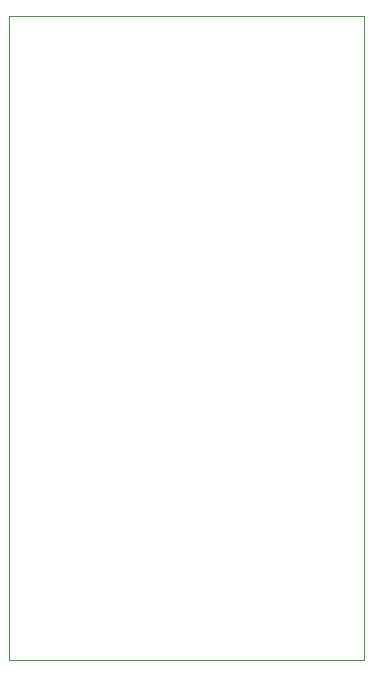
<source format=gm1>
%TF.GenerationSoftware,KiCad,Pcbnew,(5.1.12)-1*%
%TF.CreationDate,2021-12-20T11:42:42-08:00*%
%TF.ProjectId,HighPressureSensorArray,48696768-5072-4657-9373-75726553656e,rev?*%
%TF.SameCoordinates,Original*%
%TF.FileFunction,Profile,NP*%
%FSLAX46Y46*%
G04 Gerber Fmt 4.6, Leading zero omitted, Abs format (unit mm)*
G04 Created by KiCad (PCBNEW (5.1.12)-1) date 2021-12-20 11:42:42*
%MOMM*%
%LPD*%
G01*
G04 APERTURE LIST*
%TA.AperFunction,Profile*%
%ADD10C,0.050000*%
%TD*%
G04 APERTURE END LIST*
D10*
X114500000Y-41500000D02*
X116000000Y-41500000D01*
X114500000Y-96000000D02*
X114500000Y-41500000D01*
X116000000Y-96000000D02*
X114500000Y-96000000D01*
X117500000Y-41500000D02*
X116000000Y-41500000D01*
X117500000Y-96000000D02*
X116000000Y-96000000D01*
X142500000Y-41500000D02*
X144500000Y-41500000D01*
X144500000Y-96000000D02*
X144500000Y-41500000D01*
X142500000Y-96000000D02*
X144500000Y-96000000D01*
X117500000Y-41500000D02*
X142500000Y-41500000D01*
X117500000Y-96000000D02*
X142500000Y-96000000D01*
M02*

</source>
